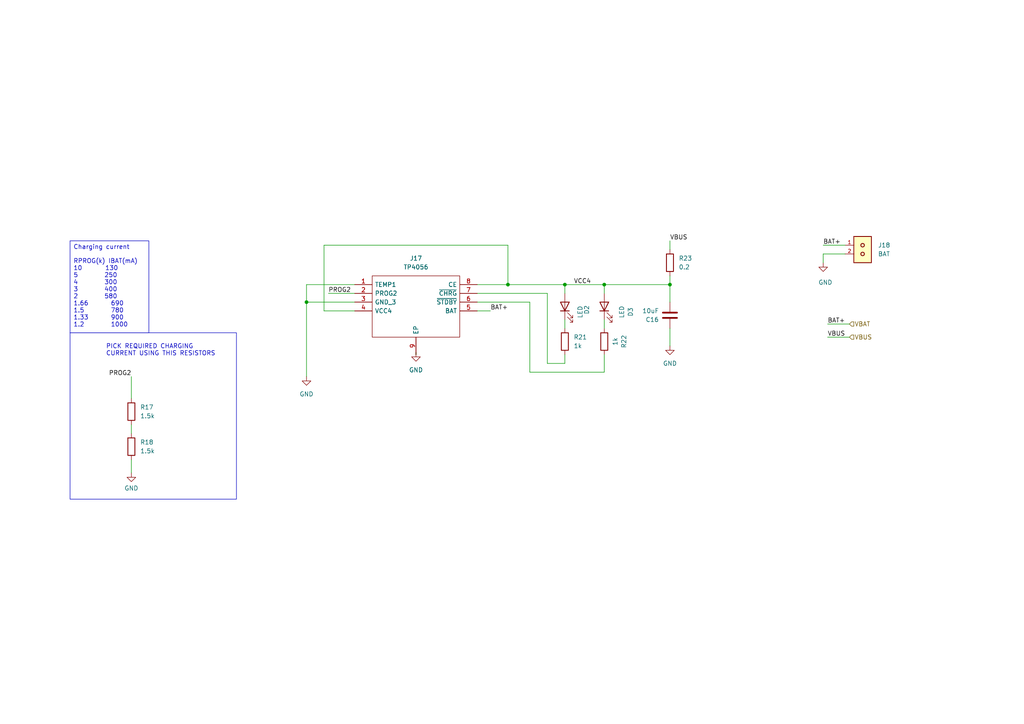
<source format=kicad_sch>
(kicad_sch (version 20250114) (generator "eeschema") (generator_version "9.0")
  (paper "A4")
  (lib_symbols
    (symbol "Device:C" (pin_numbers (hide yes)) (pin_names (offset 0.254))
      (property "Reference" "C" (at 0.635 2.54 0))
      (property "Value" "C" (at 0.635 -2.54 0))
      (symbol "C_0_1"
        (polyline (pts (xy -2.032 0.762) (xy 2.032 0.762)) (stroke (width 0.508)))
        (polyline (pts (xy -2.032 -0.762) (xy 2.032 -0.762)) (stroke (width 0.508)))
      )
      (symbol "C_1_1"
        (pin passive line (at 0 3.81 270) (length 2.794) (name "~") (number "1"))
        (pin passive line (at 0 -3.81 90) (length 2.794) (name "~") (number "2"))
      )
    )
    (symbol "Device:LED" (pin_numbers (hide yes)) (pin_names (offset 1.016) (hide yes))
      (property "Reference" "D" (at 0 2.54 0))
      (property "Value" "LED" (at 0 -2.54 0))
      (symbol "LED_0_1"
        (polyline (pts (xy -3.048 -0.762) (xy -4.572 -2.286) (xy -3.81 -2.286) (xy -4.572 -2.286) (xy -4.572 -1.524)))
        (polyline (pts (xy -1.778 -0.762) (xy -3.302 -2.286) (xy -2.54 -2.286) (xy -3.302 -2.286) (xy -3.302 -1.524)))
        (polyline (pts (xy -1.27 0) (xy 1.27 0)))
        (polyline (pts (xy -1.27 -1.27) (xy -1.27 1.27)) (stroke (width 0.254)))
        (polyline (pts (xy 1.27 -1.27) (xy 1.27 1.27) (xy -1.27 0) (xy 1.27 -1.27)) (stroke (width 0.254)))
      )
      (symbol "LED_1_1"
        (pin passive line (at -3.81 0 0) (length 2.54) (name "K") (number "1"))
        (pin passive line (at 3.81 0 180) (length 2.54) (name "A") (number "2"))
      )
    )
    (symbol "Device:R" (pin_numbers (hide yes)) (pin_names (offset 0))
      (property "Reference" "R" (at 2.032 0 90))
      (property "Value" "R" (at 0 0 90))
      (symbol "R_0_1"
        (rectangle (start -1.016 -2.54) (end 1.016 2.54) (stroke (width 0.254)))
      )
      (symbol "R_1_1"
        (pin passive line (at 0 3.81 270) (length 1.27) (name "~") (number "1"))
        (pin passive line (at 0 -3.81 90) (length 1.27) (name "~") (number "2"))
      )
    )
    (symbol "TP4056:TP4056" (pin_names (offset 0.762))
      (property "Reference" "J" (at 31.75 7.62 0))
      (property "Value" "TP4056" (at 31.75 5.08 0))
      (symbol "TP4056_0_0"
        (pin passive line (at 0 0 0) (length 5.08) (name "TEMP1") (number "1"))
        (pin passive line (at 0 -2.54 0) (length 5.08) (name "PROG2") (number "2"))
        (pin passive line (at 0 -5.08 0) (length 5.08) (name "GND_3") (number "3"))
        (pin passive line (at 0 -7.62 0) (length 5.08) (name "VCC4") (number "4"))
        (pin passive line (at 17.78 -20.32 90) (length 5.08) (name "EP") (number "9"))
        (pin passive line (at 35.56 0 180) (length 5.08) (name "CE") (number "8"))
        (pin passive line (at 35.56 -2.54 180) (length 5.08) (name "~{CHRG}") (number "7"))
        (pin passive line (at 35.56 -5.08 180) (length 5.08) (name "~{STDBY}") (number "6"))
        (pin passive line (at 35.56 -7.62 180) (length 5.08) (name "BAT") (number "5"))
      )
      (symbol "TP4056_0_1"
        (polyline (pts (xy 5.08 2.54) (xy 30.48 2.54) (xy 30.48 -15.24) (xy 5.08 -15.24) (xy 5.08 2.54)) (stroke (width 0.1524)))
      )
    )
    (symbol "molex-2pin:22-27-2021" (pin_names (offset 1.016))
      (property "Reference" "J" (at -2.5412 5.0823 0))
      (property "Value" "22-27-2021" (at -2.5424 -5.0848 0))
      (symbol "22-27-2021_0_0"
        (rectangle (start -2.54 -2.54) (end 2.54 5.08) (stroke (width 0.254)) (fill (type background)))
        (circle (center 0 2.54) (radius 0.508) (stroke (width 0.254)))
        (circle (center 0 0) (radius 0.508) (stroke (width 0.254)))
        (pin passive line (at -5.08 2.54 0) (length 2.54) (name "~") (number "1"))
        (pin passive line (at -5.08 0 0) (length 2.54) (name "~") (number "2"))
      )
    )
    (symbol "power:GND" (power) (pin_names (offset 0))
      (property "Value" "GND" (at 0 -3.81 0))
      (symbol "GND_0_1"
        (polyline (pts (xy 0 0) (xy 0 -1.27) (xy 1.27 -1.27) (xy 0 -2.54) (xy -1.27 -1.27) (xy 0 -1.27)))
      )
      (symbol "GND_1_1"
        (pin power_in line (at 0 0 270) (length 0) (hide yes) (name "GND") (number "1"))
      )
    )
  )
  (rectangle (start 20.32 96.52) (end 68.58 144.78))
  (text "PICK REQUIRED CHARGING \nCURRENT USING THIS RESISTORS" (at 30.734 101.6 0) (effects (font (size 1.27 1.27)) (justify left)))
  (text_box "Charging current\n\nRPROG(k) IBAT(mA)\n10       130\n5        250\n4        300\n3        400\n2        580\n1.66 	 690\n1.5 	 780\n1.33 	 900\n1.2 	 1000" (at 20.32 69.85 0) (size 22.86 26.67) (margins 0.9525 0.9525 0.9525 0.9525) (effects (font (size 1.27 1.27)) (justify left top)))
  (junction (at 147.32 82.55))
  (junction (at 175.26 82.55))
  (junction (at 163.83 82.55))
  (junction (at 194.31 82.55))
  (junction (at 88.9 87.63))
  (wire (pts (xy 163.83 82.55) (xy 147.32 82.55)))
  (wire (pts (xy 238.76 76.2) (xy 238.76 73.66)))
  (wire (pts (xy 38.1 133.35) (xy 38.1 137.16)))
  (wire (pts (xy 175.26 107.95) (xy 175.26 102.87)))
  (wire (pts (xy 194.31 82.55) (xy 175.26 82.55)))
  (wire (pts (xy 163.83 85.09) (xy 163.83 82.55)))
  (wire (pts (xy 163.83 102.87) (xy 163.83 105.41)))
  (wire (pts (xy 88.9 82.55) (xy 88.9 87.63)))
  (wire (pts (xy 158.75 85.09) (xy 138.43 85.09)))
  (wire (pts (xy 238.76 73.66) (xy 245.11 73.66)))
  (wire (pts (xy 240.03 97.79) (xy 246.38 97.79)))
  (wire (pts (xy 138.43 87.63) (xy 153.67 87.63)))
  (wire (pts (xy 38.1 123.19) (xy 38.1 125.73)))
  (wire (pts (xy 153.67 87.63) (xy 153.67 107.95)))
  (wire (pts (xy 175.26 92.71) (xy 175.26 95.25)))
  (wire (pts (xy 93.98 90.17) (xy 102.87 90.17)))
  (wire (pts (xy 238.76 71.12) (xy 245.11 71.12)))
  (wire (pts (xy 88.9 87.63) (xy 88.9 109.22)))
  (wire (pts (xy 194.31 80.01) (xy 194.31 82.55)))
  (wire (pts (xy 194.31 69.85) (xy 194.31 72.39)))
  (wire (pts (xy 138.43 90.17) (xy 142.24 90.17)))
  (wire (pts (xy 93.98 71.12) (xy 147.32 71.12)))
  (wire (pts (xy 163.83 105.41) (xy 158.75 105.41)))
  (wire (pts (xy 163.83 95.25) (xy 163.83 92.71)))
  (wire (pts (xy 175.26 82.55) (xy 175.26 85.09)))
  (wire (pts (xy 153.67 107.95) (xy 175.26 107.95)))
  (wire (pts (xy 147.32 71.12) (xy 147.32 82.55)))
  (wire (pts (xy 38.1 109.22) (xy 38.1 115.57)))
  (wire (pts (xy 147.32 82.55) (xy 138.43 82.55)))
  (wire (pts (xy 246.38 93.98) (xy 240.03 93.98)))
  (wire (pts (xy 120.65 102.87) (xy 120.65 102.235)))
  (wire (pts (xy 88.9 82.55) (xy 102.87 82.55)))
  (wire (pts (xy 93.98 90.17) (xy 93.98 71.12)))
  (wire (pts (xy 88.9 87.63) (xy 102.87 87.63)))
  (wire (pts (xy 194.31 95.25) (xy 194.31 100.33)))
  (wire (pts (xy 95.25 85.09) (xy 102.87 85.09)))
  (wire (pts (xy 194.31 82.55) (xy 194.31 87.63)))
  (wire (pts (xy 158.75 105.41) (xy 158.75 85.09)))
  (wire (pts (xy 163.83 82.55) (xy 175.26 82.55)))
  (label "PROG2" (at 38.1 109.22 180))
  (label "BAT+" (at 142.24 90.17 0))
  (label "BAT+" (at 238.76 71.12 0))
  (label "VCC4" (at 171.45 82.55 180))
  (label "VBUS" (at 240.03 97.79 0))
  (label "PROG2" (at 95.25 85.09 0))
  (label "VBUS" (at 194.31 69.85 0))
  (label "BAT+" (at 240.03 93.98 0))
  (hierarchical_label "VBAT" (shape input) (at 246.38 93.98 0))
  (hierarchical_label "VBUS" (shape input) (at 246.38 97.79 0))
  (symbol (lib_id "Device:R") (at 38.1 129.54 0) (unit 1)
    (property "Reference" "R18" (at 40.64 128.2699 0) (effects (justify left)))
    (property "Value" "1.5k" (at 40.64 130.8099 0) (effects (justify left)))
    (property "Footprint" "Resistor_SMD:R_0402_1005Metric" (effects (hide yes)))
    (property "LCSC" "C22765" (effects (hide yes)))
  )
  (symbol (lib_id "Device:R") (at 38.1 119.38 0) (unit 1)
    (property "Reference" "R17" (at 40.64 118.1099 0) (effects (justify left)))
    (property "Value" "1.5k" (at 40.64 120.6499 0) (effects (justify left)))
    (property "Footprint" "Resistor_SMD:R_0402_1005Metric" (effects (hide yes)))
    (property "LCSC" "C22765" (effects (hide yes)))
  )
  (symbol (lib_id "molex-2pin:22-27-2021") (at 250.19 73.66 0) (unit 1)
    (property "Reference" "J18" (at 254.635 71.12 0) (effects (justify left)))
    (property "Value" "BAT" (at 254.635 73.66 0) (effects (justify left)))
    (property "Footprint" "Connector_Molex:Molex_KK-254_AE-6410-02A_1x02_P2.54mm_Vertical" (effects (hide yes)))
    (property "Description" "2227 - Molex Wire-to-Board 2.54 mm KK Type Straight Headers" (effects (hide yes)))
    (property "MF" "Molex" (effects (hide yes)))
    (property "Package" "None" (effects (hide yes)))
    (property "Price" "None" (effects (hide yes)))
    (property "Check_prices" "https://www.snapeda.com/parts/22-27-2021/Molex/view-part/?ref=eda" (effects (hide yes)))
    (property "SnapEDA_Link" "https://www.snapeda.com/parts/22-27-2021/Molex/view-part/?ref=snap" (effects (hide yes)))
    (property "MP" "22-27-2021" (effects (hide yes)))
    (property "Purchase-URL" "https://www.snapeda.com/api/url_track_click_mouser/?unipart_id=378472&manufacturer=Molex&part_name=22-27-2021&search_term=22272021" (effects (hide yes)))
    (property "Availability" "In Stock" (effects (hide yes)))
    (property "MANUFACTURER" "MOLEX" (effects (hide yes)))
  )
  (symbol (lib_id "power:GND") (at 120.65 102.235 0) (unit 1)
    (property "Reference" "#PWR044" (effects (hide yes)))
    (property "Value" "GND" (at 120.65 107.315 0))
  )
  (symbol (lib_id "Device:R") (at 175.26 99.06 0) (unit 1)
    (property "Reference" "R22" (at 180.975 99.06 90))
    (property "Value" "1k" (at 178.435 99.06 90))
    (property "Footprint" "Resistor_SMD:R_0603_1608Metric" (effects (hide yes)))
    (property "LCSC" "C14676" (effects (hide yes)))
  )
  (symbol (lib_id "Device:C") (at 194.31 91.44 180) (unit 1)
    (property "Reference" "C16" (at 191.135 92.71 0) (effects (justify left)))
    (property "Value" "10uF" (at 191.135 90.17 0) (effects (justify left)))
    (property "Footprint" "Capacitor_SMD:C_0603_1608Metric" (effects (hide yes)))
    (property "LCSC" "C19702" (effects (hide yes)))
  )
  (symbol (lib_id "power:GND") (at 38.1 137.16 0) (unit 1)
    (property "Reference" "#PWR042" (effects (hide yes)))
    (property "Value" "GND" (at 38.1 141.605 0))
  )
  (symbol (lib_id "TP4056:TP4056") (at 102.87 82.55 0) (unit 1)
    (property "Reference" "J17" (at 120.65 74.93 0))
    (property "Value" "TP4056" (at 120.65 77.47 0))
    (property "Footprint" "Package_SO:SOP-8-1EP_4.57x4.57mm_P1.27mm_EP4.57x4.45mm" (effects (hide yes)))
    (property "Datasheet" "https://dlnmh9ip6v2uc.cloudfront.net/datasheets/Prototyping/TP4056.pdf" (effects (hide yes)))
    (property "Description" "1A Standalone Linear Li-lon Battery Charger, SOP-8" (effects (hide yes)))
    (property "Height" "1.75" (effects (hide yes)))
    (property "Manufacturer_Name" "NanJing Top Power" (effects (hide yes)))
    (property "Manufacturer_Part_Number" "TP4056" (effects (hide yes)))
    (property "LCSC" "C725790" (effects (hide yes)))
  )
  (symbol (lib_id "Device:LED") (at 163.83 88.9 90) (unit 1)
    (property "Reference" "D2" (at 170.18 89.8525 0))
    (property "Value" "LED" (at 168.275 90.4875 0))
    (property "Footprint" "LED_SMD:LED_0603_1608Metric" (effects (hide yes)))
    (property "LCSC" "C2286" (effects (hide yes)))
  )
  (symbol (lib_id "Device:R") (at 163.83 99.06 180) (unit 1)
    (property "Reference" "R21" (at 166.37 97.7899 0) (effects (justify right)))
    (property "Value" "1k" (at 166.37 100.3299 0) (effects (justify right)))
    (property "Footprint" "Resistor_SMD:R_0603_1608Metric" (effects (hide yes)))
    (property "LCSC" "C14676" (effects (hide yes)))
  )
  (symbol (lib_id "Device:LED") (at 175.26 88.9 90) (unit 1)
    (property "Reference" "D3" (at 182.88 90.4875 0))
    (property "Value" "LED" (at 180.34 90.4875 0))
    (property "Footprint" "LED_SMD:LED_0603_1608Metric" (effects (hide yes)))
    (property "LCSC" "C2286" (effects (hide yes)))
  )
  (symbol (lib_id "power:GND") (at 238.76 76.2 0) (unit 1)
    (property "Reference" "#PWR046" (effects (hide yes)))
    (property "Value" "GND" (at 239.395 81.915 0))
  )
  (symbol (lib_id "Device:R") (at 194.31 76.2 0) (unit 1)
    (property "Reference" "R23" (at 196.85 74.9299 0) (effects (justify left)))
    (property "Value" "0.2" (at 196.85 77.4699 0) (effects (justify left)))
    (property "Footprint" "Resistor_SMD:R_1206_3216Metric" (effects (hide yes)))
  )
  (symbol (lib_id "power:GND") (at 88.9 109.22 0) (unit 1)
    (property "Reference" "#PWR043" (effects (hide yes)))
    (property "Value" "GND" (at 88.9 114.3 0))
  )
  (symbol (lib_id "power:GND") (at 194.31 100.33 0) (unit 1)
    (property "Reference" "#PWR045" (effects (hide yes)))
    (property "Value" "GND" (at 194.31 105.41 0))
  )
)
</source>
